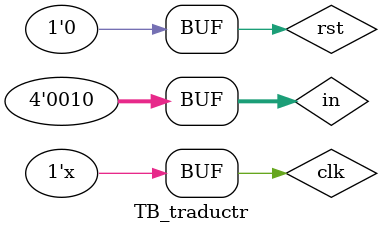
<source format=v>
`timescale 1ns / 1ps


module TB_traductr;

	// Inputs
	reg [3:0] in;
	reg clk;
	reg rst;

	// Outputs
	wire [15:0] out;

	// Instantiate the Unit Under Test (UUT)
	Traductor uut (
		.in(in), 
		.out(out), 
		.clk(clk), 
		.rst(rst)
	);

	initial begin
		// Initialize Inputs
		in = 4'b0010;
		clk = 0;
		rst = 0;

		// Wait 100 ns for global reset to finish
		#100;
        
		// Add stimulus here

	end
	always #10 clk=~clk;
      
endmodule


</source>
